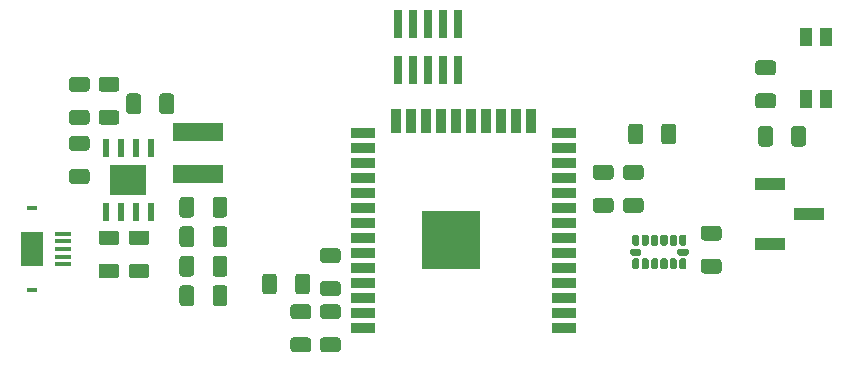
<source format=gbp>
G04 #@! TF.GenerationSoftware,KiCad,Pcbnew,5.1.6*
G04 #@! TF.CreationDate,2020-08-29T17:23:06+02:00*
G04 #@! TF.ProjectId,ESP32_lamp,45535033-325f-46c6-916d-702e6b696361,rev?*
G04 #@! TF.SameCoordinates,Original*
G04 #@! TF.FileFunction,Paste,Bot*
G04 #@! TF.FilePolarity,Positive*
%FSLAX46Y46*%
G04 Gerber Fmt 4.6, Leading zero omitted, Abs format (unit mm)*
G04 Created by KiCad (PCBNEW 5.1.6) date 2020-08-29 17:23:06*
%MOMM*%
%LPD*%
G01*
G04 APERTURE LIST*
%ADD10R,1.000000X1.550000*%
%ADD11R,0.740000X2.400000*%
%ADD12R,2.510000X1.000000*%
%ADD13R,2.000000X0.900000*%
%ADD14R,0.900000X2.000000*%
%ADD15R,5.000000X5.000000*%
%ADD16R,4.200000X1.500000*%
%ADD17R,3.100000X2.600000*%
%ADD18R,0.600000X1.550000*%
%ADD19R,0.850000X0.300000*%
%ADD20R,1.900000X2.900000*%
%ADD21R,1.350000X0.400000*%
G04 APERTURE END LIST*
D10*
X188750000Y-112575000D03*
X188750000Y-117825000D03*
X187050000Y-117825000D03*
X187050000Y-112575000D03*
G36*
G01*
X182975000Y-117375000D02*
X184225000Y-117375000D01*
G75*
G02*
X184475000Y-117625000I0J-250000D01*
G01*
X184475000Y-118375000D01*
G75*
G02*
X184225000Y-118625000I-250000J0D01*
G01*
X182975000Y-118625000D01*
G75*
G02*
X182725000Y-118375000I0J250000D01*
G01*
X182725000Y-117625000D01*
G75*
G02*
X182975000Y-117375000I250000J0D01*
G01*
G37*
G36*
G01*
X182975000Y-114575000D02*
X184225000Y-114575000D01*
G75*
G02*
X184475000Y-114825000I0J-250000D01*
G01*
X184475000Y-115575000D01*
G75*
G02*
X184225000Y-115825000I-250000J0D01*
G01*
X182975000Y-115825000D01*
G75*
G02*
X182725000Y-115575000I0J250000D01*
G01*
X182725000Y-114825000D01*
G75*
G02*
X182975000Y-114575000I250000J0D01*
G01*
G37*
G36*
G01*
X185775000Y-121625000D02*
X185775000Y-120375000D01*
G75*
G02*
X186025000Y-120125000I250000J0D01*
G01*
X186775000Y-120125000D01*
G75*
G02*
X187025000Y-120375000I0J-250000D01*
G01*
X187025000Y-121625000D01*
G75*
G02*
X186775000Y-121875000I-250000J0D01*
G01*
X186025000Y-121875000D01*
G75*
G02*
X185775000Y-121625000I0J250000D01*
G01*
G37*
G36*
G01*
X182975000Y-121625000D02*
X182975000Y-120375000D01*
G75*
G02*
X183225000Y-120125000I250000J0D01*
G01*
X183975000Y-120125000D01*
G75*
G02*
X184225000Y-120375000I0J-250000D01*
G01*
X184225000Y-121625000D01*
G75*
G02*
X183975000Y-121875000I-250000J0D01*
G01*
X183225000Y-121875000D01*
G75*
G02*
X182975000Y-121625000I0J250000D01*
G01*
G37*
D11*
X157540000Y-115350000D03*
X157540000Y-111450000D03*
X156270000Y-115350000D03*
X156270000Y-111450000D03*
X155000000Y-115350000D03*
X155000000Y-111450000D03*
X153730000Y-115350000D03*
X153730000Y-111450000D03*
X152460000Y-115350000D03*
X152460000Y-111450000D03*
G36*
G01*
X174775000Y-121425000D02*
X174775000Y-120175000D01*
G75*
G02*
X175025000Y-119925000I250000J0D01*
G01*
X175775000Y-119925000D01*
G75*
G02*
X176025000Y-120175000I0J-250000D01*
G01*
X176025000Y-121425000D01*
G75*
G02*
X175775000Y-121675000I-250000J0D01*
G01*
X175025000Y-121675000D01*
G75*
G02*
X174775000Y-121425000I0J250000D01*
G01*
G37*
G36*
G01*
X171975000Y-121425000D02*
X171975000Y-120175000D01*
G75*
G02*
X172225000Y-119925000I250000J0D01*
G01*
X172975000Y-119925000D01*
G75*
G02*
X173225000Y-120175000I0J-250000D01*
G01*
X173225000Y-121425000D01*
G75*
G02*
X172975000Y-121675000I-250000J0D01*
G01*
X172225000Y-121675000D01*
G75*
G02*
X171975000Y-121425000I0J250000D01*
G01*
G37*
D12*
X187255000Y-127600000D03*
X183945000Y-125060000D03*
X183945000Y-130140000D03*
G36*
G01*
X178375000Y-131375000D02*
X179625000Y-131375000D01*
G75*
G02*
X179875000Y-131625000I0J-250000D01*
G01*
X179875000Y-132375000D01*
G75*
G02*
X179625000Y-132625000I-250000J0D01*
G01*
X178375000Y-132625000D01*
G75*
G02*
X178125000Y-132375000I0J250000D01*
G01*
X178125000Y-131625000D01*
G75*
G02*
X178375000Y-131375000I250000J0D01*
G01*
G37*
G36*
G01*
X178375000Y-128575000D02*
X179625000Y-128575000D01*
G75*
G02*
X179875000Y-128825000I0J-250000D01*
G01*
X179875000Y-129575000D01*
G75*
G02*
X179625000Y-129825000I-250000J0D01*
G01*
X178375000Y-129825000D01*
G75*
G02*
X178125000Y-129575000I0J250000D01*
G01*
X178125000Y-128825000D01*
G75*
G02*
X178375000Y-128575000I250000J0D01*
G01*
G37*
D13*
X166500000Y-137255000D03*
X166500000Y-135985000D03*
X166500000Y-134715000D03*
X166500000Y-133445000D03*
X166500000Y-132175000D03*
X166500000Y-130905000D03*
X166500000Y-129635000D03*
X166500000Y-128365000D03*
X166500000Y-127095000D03*
X166500000Y-125825000D03*
X166500000Y-124555000D03*
X166500000Y-123285000D03*
X166500000Y-122015000D03*
X166500000Y-120745000D03*
D14*
X163715000Y-119745000D03*
X162445000Y-119745000D03*
X161175000Y-119745000D03*
X159905000Y-119745000D03*
X158635000Y-119745000D03*
X157365000Y-119745000D03*
X156095000Y-119745000D03*
X154825000Y-119745000D03*
X153555000Y-119745000D03*
X152285000Y-119745000D03*
D13*
X149500000Y-120745000D03*
X149500000Y-122015000D03*
X149500000Y-123285000D03*
X149500000Y-124555000D03*
X149500000Y-125825000D03*
X149500000Y-127095000D03*
X149500000Y-128365000D03*
X149500000Y-129635000D03*
X149500000Y-130905000D03*
X149500000Y-132175000D03*
X149500000Y-133445000D03*
X149500000Y-134715000D03*
X149500000Y-135985000D03*
X149500000Y-137255000D03*
D15*
X157000000Y-129755000D03*
G36*
G01*
X135225000Y-126375000D02*
X135225000Y-127625000D01*
G75*
G02*
X134975000Y-127875000I-250000J0D01*
G01*
X134225000Y-127875000D01*
G75*
G02*
X133975000Y-127625000I0J250000D01*
G01*
X133975000Y-126375000D01*
G75*
G02*
X134225000Y-126125000I250000J0D01*
G01*
X134975000Y-126125000D01*
G75*
G02*
X135225000Y-126375000I0J-250000D01*
G01*
G37*
G36*
G01*
X138025000Y-126375000D02*
X138025000Y-127625000D01*
G75*
G02*
X137775000Y-127875000I-250000J0D01*
G01*
X137025000Y-127875000D01*
G75*
G02*
X136775000Y-127625000I0J250000D01*
G01*
X136775000Y-126375000D01*
G75*
G02*
X137025000Y-126125000I250000J0D01*
G01*
X137775000Y-126125000D01*
G75*
G02*
X138025000Y-126375000I0J-250000D01*
G01*
G37*
G36*
G01*
X173025000Y-124675000D02*
X171775000Y-124675000D01*
G75*
G02*
X171525000Y-124425000I0J250000D01*
G01*
X171525000Y-123675000D01*
G75*
G02*
X171775000Y-123425000I250000J0D01*
G01*
X173025000Y-123425000D01*
G75*
G02*
X173275000Y-123675000I0J-250000D01*
G01*
X173275000Y-124425000D01*
G75*
G02*
X173025000Y-124675000I-250000J0D01*
G01*
G37*
G36*
G01*
X173025000Y-127475000D02*
X171775000Y-127475000D01*
G75*
G02*
X171525000Y-127225000I0J250000D01*
G01*
X171525000Y-126475000D01*
G75*
G02*
X171775000Y-126225000I250000J0D01*
G01*
X173025000Y-126225000D01*
G75*
G02*
X173275000Y-126475000I0J-250000D01*
G01*
X173275000Y-127225000D01*
G75*
G02*
X173025000Y-127475000I-250000J0D01*
G01*
G37*
G36*
G01*
X170475000Y-124675000D02*
X169225000Y-124675000D01*
G75*
G02*
X168975000Y-124425000I0J250000D01*
G01*
X168975000Y-123675000D01*
G75*
G02*
X169225000Y-123425000I250000J0D01*
G01*
X170475000Y-123425000D01*
G75*
G02*
X170725000Y-123675000I0J-250000D01*
G01*
X170725000Y-124425000D01*
G75*
G02*
X170475000Y-124675000I-250000J0D01*
G01*
G37*
G36*
G01*
X170475000Y-127475000D02*
X169225000Y-127475000D01*
G75*
G02*
X168975000Y-127225000I0J250000D01*
G01*
X168975000Y-126475000D01*
G75*
G02*
X169225000Y-126225000I250000J0D01*
G01*
X170475000Y-126225000D01*
G75*
G02*
X170725000Y-126475000I0J-250000D01*
G01*
X170725000Y-127225000D01*
G75*
G02*
X170475000Y-127475000I-250000J0D01*
G01*
G37*
G36*
G01*
X124875000Y-123775000D02*
X126125000Y-123775000D01*
G75*
G02*
X126375000Y-124025000I0J-250000D01*
G01*
X126375000Y-124775000D01*
G75*
G02*
X126125000Y-125025000I-250000J0D01*
G01*
X124875000Y-125025000D01*
G75*
G02*
X124625000Y-124775000I0J250000D01*
G01*
X124625000Y-124025000D01*
G75*
G02*
X124875000Y-123775000I250000J0D01*
G01*
G37*
G36*
G01*
X124875000Y-120975000D02*
X126125000Y-120975000D01*
G75*
G02*
X126375000Y-121225000I0J-250000D01*
G01*
X126375000Y-121975000D01*
G75*
G02*
X126125000Y-122225000I-250000J0D01*
G01*
X124875000Y-122225000D01*
G75*
G02*
X124625000Y-121975000I0J250000D01*
G01*
X124625000Y-121225000D01*
G75*
G02*
X124875000Y-120975000I250000J0D01*
G01*
G37*
G36*
G01*
X142225000Y-132875000D02*
X142225000Y-134125000D01*
G75*
G02*
X141975000Y-134375000I-250000J0D01*
G01*
X141225000Y-134375000D01*
G75*
G02*
X140975000Y-134125000I0J250000D01*
G01*
X140975000Y-132875000D01*
G75*
G02*
X141225000Y-132625000I250000J0D01*
G01*
X141975000Y-132625000D01*
G75*
G02*
X142225000Y-132875000I0J-250000D01*
G01*
G37*
G36*
G01*
X145025000Y-132875000D02*
X145025000Y-134125000D01*
G75*
G02*
X144775000Y-134375000I-250000J0D01*
G01*
X144025000Y-134375000D01*
G75*
G02*
X143775000Y-134125000I0J250000D01*
G01*
X143775000Y-132875000D01*
G75*
G02*
X144025000Y-132625000I250000J0D01*
G01*
X144775000Y-132625000D01*
G75*
G02*
X145025000Y-132875000I0J-250000D01*
G01*
G37*
G36*
G01*
X124875000Y-118775000D02*
X126125000Y-118775000D01*
G75*
G02*
X126375000Y-119025000I0J-250000D01*
G01*
X126375000Y-119775000D01*
G75*
G02*
X126125000Y-120025000I-250000J0D01*
G01*
X124875000Y-120025000D01*
G75*
G02*
X124625000Y-119775000I0J250000D01*
G01*
X124625000Y-119025000D01*
G75*
G02*
X124875000Y-118775000I250000J0D01*
G01*
G37*
G36*
G01*
X124875000Y-115975000D02*
X126125000Y-115975000D01*
G75*
G02*
X126375000Y-116225000I0J-250000D01*
G01*
X126375000Y-116975000D01*
G75*
G02*
X126125000Y-117225000I-250000J0D01*
G01*
X124875000Y-117225000D01*
G75*
G02*
X124625000Y-116975000I0J250000D01*
G01*
X124625000Y-116225000D01*
G75*
G02*
X124875000Y-115975000I250000J0D01*
G01*
G37*
G36*
G01*
X146125000Y-133275000D02*
X147375000Y-133275000D01*
G75*
G02*
X147625000Y-133525000I0J-250000D01*
G01*
X147625000Y-134275000D01*
G75*
G02*
X147375000Y-134525000I-250000J0D01*
G01*
X146125000Y-134525000D01*
G75*
G02*
X145875000Y-134275000I0J250000D01*
G01*
X145875000Y-133525000D01*
G75*
G02*
X146125000Y-133275000I250000J0D01*
G01*
G37*
G36*
G01*
X146125000Y-130475000D02*
X147375000Y-130475000D01*
G75*
G02*
X147625000Y-130725000I0J-250000D01*
G01*
X147625000Y-131475000D01*
G75*
G02*
X147375000Y-131725000I-250000J0D01*
G01*
X146125000Y-131725000D01*
G75*
G02*
X145875000Y-131475000I0J250000D01*
G01*
X145875000Y-130725000D01*
G75*
G02*
X146125000Y-130475000I250000J0D01*
G01*
G37*
G36*
G01*
X144875000Y-136475000D02*
X143625000Y-136475000D01*
G75*
G02*
X143375000Y-136225000I0J250000D01*
G01*
X143375000Y-135475000D01*
G75*
G02*
X143625000Y-135225000I250000J0D01*
G01*
X144875000Y-135225000D01*
G75*
G02*
X145125000Y-135475000I0J-250000D01*
G01*
X145125000Y-136225000D01*
G75*
G02*
X144875000Y-136475000I-250000J0D01*
G01*
G37*
G36*
G01*
X144875000Y-139275000D02*
X143625000Y-139275000D01*
G75*
G02*
X143375000Y-139025000I0J250000D01*
G01*
X143375000Y-138275000D01*
G75*
G02*
X143625000Y-138025000I250000J0D01*
G01*
X144875000Y-138025000D01*
G75*
G02*
X145125000Y-138275000I0J-250000D01*
G01*
X145125000Y-139025000D01*
G75*
G02*
X144875000Y-139275000I-250000J0D01*
G01*
G37*
G36*
G01*
X147375000Y-136475000D02*
X146125000Y-136475000D01*
G75*
G02*
X145875000Y-136225000I0J250000D01*
G01*
X145875000Y-135475000D01*
G75*
G02*
X146125000Y-135225000I250000J0D01*
G01*
X147375000Y-135225000D01*
G75*
G02*
X147625000Y-135475000I0J-250000D01*
G01*
X147625000Y-136225000D01*
G75*
G02*
X147375000Y-136475000I-250000J0D01*
G01*
G37*
G36*
G01*
X147375000Y-139275000D02*
X146125000Y-139275000D01*
G75*
G02*
X145875000Y-139025000I0J250000D01*
G01*
X145875000Y-138275000D01*
G75*
G02*
X146125000Y-138025000I250000J0D01*
G01*
X147375000Y-138025000D01*
G75*
G02*
X147625000Y-138275000I0J-250000D01*
G01*
X147625000Y-139025000D01*
G75*
G02*
X147375000Y-139275000I-250000J0D01*
G01*
G37*
G36*
G01*
X135225000Y-133875000D02*
X135225000Y-135125000D01*
G75*
G02*
X134975000Y-135375000I-250000J0D01*
G01*
X134225000Y-135375000D01*
G75*
G02*
X133975000Y-135125000I0J250000D01*
G01*
X133975000Y-133875000D01*
G75*
G02*
X134225000Y-133625000I250000J0D01*
G01*
X134975000Y-133625000D01*
G75*
G02*
X135225000Y-133875000I0J-250000D01*
G01*
G37*
G36*
G01*
X138025000Y-133875000D02*
X138025000Y-135125000D01*
G75*
G02*
X137775000Y-135375000I-250000J0D01*
G01*
X137025000Y-135375000D01*
G75*
G02*
X136775000Y-135125000I0J250000D01*
G01*
X136775000Y-133875000D01*
G75*
G02*
X137025000Y-133625000I250000J0D01*
G01*
X137775000Y-133625000D01*
G75*
G02*
X138025000Y-133875000I0J-250000D01*
G01*
G37*
G36*
G01*
X135225000Y-131375000D02*
X135225000Y-132625000D01*
G75*
G02*
X134975000Y-132875000I-250000J0D01*
G01*
X134225000Y-132875000D01*
G75*
G02*
X133975000Y-132625000I0J250000D01*
G01*
X133975000Y-131375000D01*
G75*
G02*
X134225000Y-131125000I250000J0D01*
G01*
X134975000Y-131125000D01*
G75*
G02*
X135225000Y-131375000I0J-250000D01*
G01*
G37*
G36*
G01*
X138025000Y-131375000D02*
X138025000Y-132625000D01*
G75*
G02*
X137775000Y-132875000I-250000J0D01*
G01*
X137025000Y-132875000D01*
G75*
G02*
X136775000Y-132625000I0J250000D01*
G01*
X136775000Y-131375000D01*
G75*
G02*
X137025000Y-131125000I250000J0D01*
G01*
X137775000Y-131125000D01*
G75*
G02*
X138025000Y-131375000I0J-250000D01*
G01*
G37*
G36*
G01*
X135225000Y-128875000D02*
X135225000Y-130125000D01*
G75*
G02*
X134975000Y-130375000I-250000J0D01*
G01*
X134225000Y-130375000D01*
G75*
G02*
X133975000Y-130125000I0J250000D01*
G01*
X133975000Y-128875000D01*
G75*
G02*
X134225000Y-128625000I250000J0D01*
G01*
X134975000Y-128625000D01*
G75*
G02*
X135225000Y-128875000I0J-250000D01*
G01*
G37*
G36*
G01*
X138025000Y-128875000D02*
X138025000Y-130125000D01*
G75*
G02*
X137775000Y-130375000I-250000J0D01*
G01*
X137025000Y-130375000D01*
G75*
G02*
X136775000Y-130125000I0J250000D01*
G01*
X136775000Y-128875000D01*
G75*
G02*
X137025000Y-128625000I250000J0D01*
G01*
X137775000Y-128625000D01*
G75*
G02*
X138025000Y-128875000I0J-250000D01*
G01*
G37*
G36*
G01*
X130725000Y-117625000D02*
X130725000Y-118875000D01*
G75*
G02*
X130475000Y-119125000I-250000J0D01*
G01*
X129725000Y-119125000D01*
G75*
G02*
X129475000Y-118875000I0J250000D01*
G01*
X129475000Y-117625000D01*
G75*
G02*
X129725000Y-117375000I250000J0D01*
G01*
X130475000Y-117375000D01*
G75*
G02*
X130725000Y-117625000I0J-250000D01*
G01*
G37*
G36*
G01*
X133525000Y-117625000D02*
X133525000Y-118875000D01*
G75*
G02*
X133275000Y-119125000I-250000J0D01*
G01*
X132525000Y-119125000D01*
G75*
G02*
X132275000Y-118875000I0J250000D01*
G01*
X132275000Y-117625000D01*
G75*
G02*
X132525000Y-117375000I250000J0D01*
G01*
X133275000Y-117375000D01*
G75*
G02*
X133525000Y-117625000I0J-250000D01*
G01*
G37*
G36*
G01*
X128625000Y-117225000D02*
X127375000Y-117225000D01*
G75*
G02*
X127125000Y-116975000I0J250000D01*
G01*
X127125000Y-116225000D01*
G75*
G02*
X127375000Y-115975000I250000J0D01*
G01*
X128625000Y-115975000D01*
G75*
G02*
X128875000Y-116225000I0J-250000D01*
G01*
X128875000Y-116975000D01*
G75*
G02*
X128625000Y-117225000I-250000J0D01*
G01*
G37*
G36*
G01*
X128625000Y-120025000D02*
X127375000Y-120025000D01*
G75*
G02*
X127125000Y-119775000I0J250000D01*
G01*
X127125000Y-119025000D01*
G75*
G02*
X127375000Y-118775000I250000J0D01*
G01*
X128625000Y-118775000D01*
G75*
G02*
X128875000Y-119025000I0J-250000D01*
G01*
X128875000Y-119775000D01*
G75*
G02*
X128625000Y-120025000I-250000J0D01*
G01*
G37*
G36*
G01*
X129925000Y-131775000D02*
X131175000Y-131775000D01*
G75*
G02*
X131425000Y-132025000I0J-250000D01*
G01*
X131425000Y-132775000D01*
G75*
G02*
X131175000Y-133025000I-250000J0D01*
G01*
X129925000Y-133025000D01*
G75*
G02*
X129675000Y-132775000I0J250000D01*
G01*
X129675000Y-132025000D01*
G75*
G02*
X129925000Y-131775000I250000J0D01*
G01*
G37*
G36*
G01*
X129925000Y-128975000D02*
X131175000Y-128975000D01*
G75*
G02*
X131425000Y-129225000I0J-250000D01*
G01*
X131425000Y-129975000D01*
G75*
G02*
X131175000Y-130225000I-250000J0D01*
G01*
X129925000Y-130225000D01*
G75*
G02*
X129675000Y-129975000I0J250000D01*
G01*
X129675000Y-129225000D01*
G75*
G02*
X129925000Y-128975000I250000J0D01*
G01*
G37*
G36*
G01*
X127375000Y-131775000D02*
X128625000Y-131775000D01*
G75*
G02*
X128875000Y-132025000I0J-250000D01*
G01*
X128875000Y-132775000D01*
G75*
G02*
X128625000Y-133025000I-250000J0D01*
G01*
X127375000Y-133025000D01*
G75*
G02*
X127125000Y-132775000I0J250000D01*
G01*
X127125000Y-132025000D01*
G75*
G02*
X127375000Y-131775000I250000J0D01*
G01*
G37*
G36*
G01*
X127375000Y-128975000D02*
X128625000Y-128975000D01*
G75*
G02*
X128875000Y-129225000I0J-250000D01*
G01*
X128875000Y-129975000D01*
G75*
G02*
X128625000Y-130225000I-250000J0D01*
G01*
X127375000Y-130225000D01*
G75*
G02*
X127125000Y-129975000I0J250000D01*
G01*
X127125000Y-129225000D01*
G75*
G02*
X127375000Y-128975000I250000J0D01*
G01*
G37*
D16*
X135530000Y-124220000D03*
X135530000Y-120620000D03*
G36*
G01*
X172275000Y-130500000D02*
X172925000Y-130500000D01*
G75*
G02*
X173075000Y-130650000I0J-150000D01*
G01*
X173075000Y-130950000D01*
G75*
G02*
X172925000Y-131100000I-150000J0D01*
G01*
X172275000Y-131100000D01*
G75*
G02*
X172125000Y-130950000I0J150000D01*
G01*
X172125000Y-130650000D01*
G75*
G02*
X172275000Y-130500000I150000J0D01*
G01*
G37*
G36*
G01*
X172450000Y-131325000D02*
X172750000Y-131325000D01*
G75*
G02*
X172900000Y-131475000I0J-150000D01*
G01*
X172900000Y-132125000D01*
G75*
G02*
X172750000Y-132275000I-150000J0D01*
G01*
X172450000Y-132275000D01*
G75*
G02*
X172300000Y-132125000I0J150000D01*
G01*
X172300000Y-131475000D01*
G75*
G02*
X172450000Y-131325000I150000J0D01*
G01*
G37*
G36*
G01*
X173250000Y-131325000D02*
X173550000Y-131325000D01*
G75*
G02*
X173700000Y-131475000I0J-150000D01*
G01*
X173700000Y-132125000D01*
G75*
G02*
X173550000Y-132275000I-150000J0D01*
G01*
X173250000Y-132275000D01*
G75*
G02*
X173100000Y-132125000I0J150000D01*
G01*
X173100000Y-131475000D01*
G75*
G02*
X173250000Y-131325000I150000J0D01*
G01*
G37*
G36*
G01*
X174050000Y-131325000D02*
X174350000Y-131325000D01*
G75*
G02*
X174500000Y-131475000I0J-150000D01*
G01*
X174500000Y-132125000D01*
G75*
G02*
X174350000Y-132275000I-150000J0D01*
G01*
X174050000Y-132275000D01*
G75*
G02*
X173900000Y-132125000I0J150000D01*
G01*
X173900000Y-131475000D01*
G75*
G02*
X174050000Y-131325000I150000J0D01*
G01*
G37*
G36*
G01*
X174850000Y-131325000D02*
X175150000Y-131325000D01*
G75*
G02*
X175300000Y-131475000I0J-150000D01*
G01*
X175300000Y-132125000D01*
G75*
G02*
X175150000Y-132275000I-150000J0D01*
G01*
X174850000Y-132275000D01*
G75*
G02*
X174700000Y-132125000I0J150000D01*
G01*
X174700000Y-131475000D01*
G75*
G02*
X174850000Y-131325000I150000J0D01*
G01*
G37*
G36*
G01*
X175650000Y-131325000D02*
X175950000Y-131325000D01*
G75*
G02*
X176100000Y-131475000I0J-150000D01*
G01*
X176100000Y-132125000D01*
G75*
G02*
X175950000Y-132275000I-150000J0D01*
G01*
X175650000Y-132275000D01*
G75*
G02*
X175500000Y-132125000I0J150000D01*
G01*
X175500000Y-131475000D01*
G75*
G02*
X175650000Y-131325000I150000J0D01*
G01*
G37*
G36*
G01*
X176450000Y-131325000D02*
X176750000Y-131325000D01*
G75*
G02*
X176900000Y-131475000I0J-150000D01*
G01*
X176900000Y-132125000D01*
G75*
G02*
X176750000Y-132275000I-150000J0D01*
G01*
X176450000Y-132275000D01*
G75*
G02*
X176300000Y-132125000I0J150000D01*
G01*
X176300000Y-131475000D01*
G75*
G02*
X176450000Y-131325000I150000J0D01*
G01*
G37*
G36*
G01*
X176275000Y-130500000D02*
X176925000Y-130500000D01*
G75*
G02*
X177075000Y-130650000I0J-150000D01*
G01*
X177075000Y-130950000D01*
G75*
G02*
X176925000Y-131100000I-150000J0D01*
G01*
X176275000Y-131100000D01*
G75*
G02*
X176125000Y-130950000I0J150000D01*
G01*
X176125000Y-130650000D01*
G75*
G02*
X176275000Y-130500000I150000J0D01*
G01*
G37*
G36*
G01*
X176450000Y-129325000D02*
X176750000Y-129325000D01*
G75*
G02*
X176900000Y-129475000I0J-150000D01*
G01*
X176900000Y-130125000D01*
G75*
G02*
X176750000Y-130275000I-150000J0D01*
G01*
X176450000Y-130275000D01*
G75*
G02*
X176300000Y-130125000I0J150000D01*
G01*
X176300000Y-129475000D01*
G75*
G02*
X176450000Y-129325000I150000J0D01*
G01*
G37*
G36*
G01*
X175650000Y-129325000D02*
X175950000Y-129325000D01*
G75*
G02*
X176100000Y-129475000I0J-150000D01*
G01*
X176100000Y-130125000D01*
G75*
G02*
X175950000Y-130275000I-150000J0D01*
G01*
X175650000Y-130275000D01*
G75*
G02*
X175500000Y-130125000I0J150000D01*
G01*
X175500000Y-129475000D01*
G75*
G02*
X175650000Y-129325000I150000J0D01*
G01*
G37*
G36*
G01*
X174850000Y-129325000D02*
X175150000Y-129325000D01*
G75*
G02*
X175300000Y-129475000I0J-150000D01*
G01*
X175300000Y-130125000D01*
G75*
G02*
X175150000Y-130275000I-150000J0D01*
G01*
X174850000Y-130275000D01*
G75*
G02*
X174700000Y-130125000I0J150000D01*
G01*
X174700000Y-129475000D01*
G75*
G02*
X174850000Y-129325000I150000J0D01*
G01*
G37*
G36*
G01*
X174050000Y-129325000D02*
X174350000Y-129325000D01*
G75*
G02*
X174500000Y-129475000I0J-150000D01*
G01*
X174500000Y-130125000D01*
G75*
G02*
X174350000Y-130275000I-150000J0D01*
G01*
X174050000Y-130275000D01*
G75*
G02*
X173900000Y-130125000I0J150000D01*
G01*
X173900000Y-129475000D01*
G75*
G02*
X174050000Y-129325000I150000J0D01*
G01*
G37*
G36*
G01*
X173250000Y-129325000D02*
X173550000Y-129325000D01*
G75*
G02*
X173700000Y-129475000I0J-150000D01*
G01*
X173700000Y-130125000D01*
G75*
G02*
X173550000Y-130275000I-150000J0D01*
G01*
X173250000Y-130275000D01*
G75*
G02*
X173100000Y-130125000I0J150000D01*
G01*
X173100000Y-129475000D01*
G75*
G02*
X173250000Y-129325000I150000J0D01*
G01*
G37*
G36*
G01*
X172450000Y-129325000D02*
X172750000Y-129325000D01*
G75*
G02*
X172900000Y-129475000I0J-150000D01*
G01*
X172900000Y-130125000D01*
G75*
G02*
X172750000Y-130275000I-150000J0D01*
G01*
X172450000Y-130275000D01*
G75*
G02*
X172300000Y-130125000I0J150000D01*
G01*
X172300000Y-129475000D01*
G75*
G02*
X172450000Y-129325000I150000J0D01*
G01*
G37*
D17*
X129630000Y-124720000D03*
D18*
X131535000Y-122020000D03*
X130265000Y-122020000D03*
X128995000Y-122020000D03*
X127725000Y-122020000D03*
X127725000Y-127420000D03*
X128995000Y-127420000D03*
X130265000Y-127420000D03*
X131535000Y-127420000D03*
D19*
X121450000Y-134050000D03*
X121450000Y-127050000D03*
D20*
X121450000Y-130550000D03*
D21*
X124125000Y-129900000D03*
X124125000Y-129250000D03*
X124125000Y-130550000D03*
X124125000Y-131200000D03*
X124125000Y-131850000D03*
M02*

</source>
